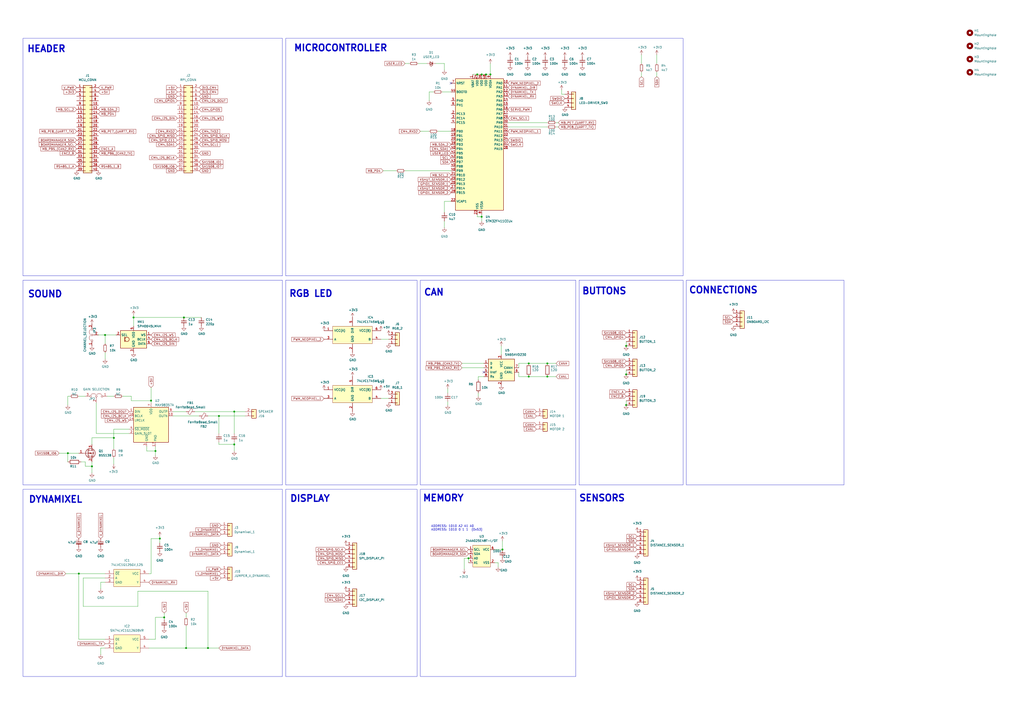
<source format=kicad_sch>
(kicad_sch (version 20231120) (generator "eeschema") (generator_version "8.0")
  (paper "A2")
  (junction (at 66.04 254))
  (junction (at 53.34 270.51))
  (junction (at 135.89 238.76))
  (junction (at 317.5 218.44))
  (junction (at 45.72 332.74))
  (junction (at 271.78 323.85))
  (junction (at 77.47 184.15))
  (junction (at 363.22 234.95))
  (junction (at 276.86 43.18))
  (junction (at 317.5 210.82))
  (junction (at 120.65 375.92))
  (junction (at 60.96 194.31))
  (junction (at 363.22 200.66))
  (junction (at 87.63 232.41))
  (junction (at 279.4 125.73))
  (junction (at 284.48 43.18))
  (junction (at 135.89 257.81))
  (junction (at 127 241.3))
  (junction (at 39.37 262.89))
  (junction (at 306.705 218.44))
  (junction (at 95.25 358.14))
  (junction (at 92.71 312.42))
  (junction (at 306.705 210.82))
  (junction (at 90.17 261.62))
  (junction (at 107.95 375.92))
  (junction (at 106.68 184.15))
  (junction (at 363.22 217.17))
  (junction (at 291.465 318.77))
  (junction (at 281.94 43.18))
  (junction (at 279.4 43.18))
  (no_connect (at 280.67 215.9))
  (no_connect (at 261.62 48.26))
  (wire (pts (xy 90.17 358.14) (xy 95.25 358.14)))
  (wire (pts (xy 127 251.46) (xy 127 241.3)))
  (wire (pts (xy 100.33 238.76) (xy 107.95 238.76)))
  (wire (pts (xy 306.705 218.44) (xy 317.5 218.44)))
  (wire (pts (xy 60.96 204.47) (xy 60.96 208.28)))
  (wire (pts (xy 277.495 220.345) (xy 277.495 218.44)))
  (wire (pts (xy 85.09 261.62) (xy 90.17 261.62)))
  (wire (pts (xy 53.34 257.81) (xy 53.34 254)))
  (wire (pts (xy 290.83 200.66) (xy 290.83 205.74)))
  (wire (pts (xy 254 76.2) (xy 261.62 76.2)))
  (wire (pts (xy 135.89 238.76) (xy 142.24 238.76)))
  (wire (pts (xy 87.63 312.42) (xy 92.71 312.42)))
  (wire (pts (xy 259.715 233.045) (xy 259.715 234.95)))
  (wire (pts (xy 248.92 53.34) (xy 251.46 53.34)))
  (wire (pts (xy 127 241.3) (xy 142.24 241.3)))
  (wire (pts (xy 274.32 43.18) (xy 276.86 43.18)))
  (wire (pts (xy 60.96 335.28) (xy 48.26 335.28)))
  (wire (pts (xy 127 241.3) (xy 120.65 241.3)))
  (wire (pts (xy 86.36 332.74) (xy 87.63 332.74)))
  (wire (pts (xy 271.78 323.85) (xy 271.78 326.39)))
  (wire (pts (xy 34.29 262.89) (xy 39.37 262.89)))
  (wire (pts (xy 60.96 337.82) (xy 58.42 337.82)))
  (wire (pts (xy 322.58 73.66) (xy 323.85 73.66)))
  (wire (pts (xy 363.22 232.41) (xy 363.22 234.95)))
  (wire (pts (xy 381 31.75) (xy 381 36.83)))
  (wire (pts (xy 90.17 370.84) (xy 90.17 358.14)))
  (wire (pts (xy 234.95 36.83) (xy 237.49 36.83)))
  (wire (pts (xy 279.4 124.46) (xy 279.4 125.73)))
  (wire (pts (xy 300.99 210.82) (xy 306.705 210.82)))
  (wire (pts (xy 67.31 194.31) (xy 60.96 194.31)))
  (wire (pts (xy 58.42 379.73) (xy 58.42 375.92)))
  (wire (pts (xy 38.1 332.74) (xy 45.72 332.74)))
  (wire (pts (xy 39.37 234.95) (xy 39.37 229.87)))
  (wire (pts (xy 100.33 241.3) (xy 115.57 241.3)))
  (wire (pts (xy 87.63 232.41) (xy 87.63 233.68)))
  (wire (pts (xy 57.15 194.31) (xy 60.96 194.31)))
  (wire (pts (xy 85.09 259.08) (xy 85.09 261.62)))
  (wire (pts (xy 269.24 323.85) (xy 271.78 323.85)))
  (wire (pts (xy 39.37 229.87) (xy 40.64 229.87)))
  (wire (pts (xy 107.95 363.22) (xy 107.95 375.92)))
  (wire (pts (xy 62.23 229.87) (xy 66.04 229.87)))
  (wire (pts (xy 127 256.54) (xy 127 257.81)))
  (wire (pts (xy 243.84 76.2) (xy 248.92 76.2)))
  (wire (pts (xy 135.89 257.81) (xy 135.89 261.62)))
  (wire (pts (xy 90.17 261.62) (xy 90.17 264.16)))
  (wire (pts (xy 220.98 196.85) (xy 225.425 196.85)))
  (wire (pts (xy 48.26 351.79) (xy 80.01 351.79)))
  (wire (pts (xy 294.64 73.66) (xy 317.5 73.66)))
  (wire (pts (xy 363.22 214.63) (xy 363.22 217.17)))
  (wire (pts (xy 77.47 182.88) (xy 77.47 184.15)))
  (wire (pts (xy 49.53 267.97) (xy 49.53 270.51)))
  (wire (pts (xy 281.94 43.18) (xy 284.48 43.18)))
  (wire (pts (xy 39.37 262.89) (xy 45.72 262.89)))
  (wire (pts (xy 77.47 184.15) (xy 77.47 189.23)))
  (wire (pts (xy 294.64 71.12) (xy 317.5 71.12)))
  (wire (pts (xy 276.86 125.73) (xy 279.4 125.73)))
  (wire (pts (xy 76.2 229.87) (xy 76.2 232.41)))
  (wire (pts (xy 372.11 31.75) (xy 372.11 36.83)))
  (wire (pts (xy 46.99 267.97) (xy 49.53 267.97)))
  (wire (pts (xy 48.26 335.28) (xy 48.26 351.79)))
  (wire (pts (xy 95.25 358.14) (xy 95.25 359.41)))
  (wire (pts (xy 288.925 326.39) (xy 287.02 326.39)))
  (wire (pts (xy 127 257.81) (xy 135.89 257.81)))
  (wire (pts (xy 120.65 342.9) (xy 120.65 375.92)))
  (wire (pts (xy 58.42 337.82) (xy 58.42 341.63)))
  (wire (pts (xy 269.24 330.2) (xy 269.24 323.85)))
  (wire (pts (xy 256.54 53.34) (xy 261.62 53.34)))
  (wire (pts (xy 300.99 215.9) (xy 300.99 218.44)))
  (wire (pts (xy 257.81 40.64) (xy 257.81 36.83)))
  (wire (pts (xy 45.72 229.87) (xy 49.53 229.87)))
  (wire (pts (xy 74.93 248.92) (xy 66.04 248.92)))
  (wire (pts (xy 80.01 351.79) (xy 80.01 342.9)))
  (wire (pts (xy 66.04 254) (xy 66.04 260.35)))
  (wire (pts (xy 107.95 355.6) (xy 107.95 358.14)))
  (wire (pts (xy 322.58 71.12) (xy 323.85 71.12)))
  (wire (pts (xy 276.86 124.46) (xy 276.86 125.73)))
  (wire (pts (xy 87.63 224.79) (xy 87.63 232.41)))
  (wire (pts (xy 80.01 342.9) (xy 120.65 342.9)))
  (wire (pts (xy 306.705 210.82) (xy 317.5 210.82)))
  (wire (pts (xy 53.34 254) (xy 66.04 254)))
  (wire (pts (xy 279.4 125.73) (xy 279.4 128.27)))
  (wire (pts (xy 288.925 328.93) (xy 288.925 326.39)))
  (wire (pts (xy 66.04 265.43) (xy 66.04 269.24)))
  (wire (pts (xy 222.25 99.06) (xy 229.87 99.06)))
  (wire (pts (xy 49.53 270.51) (xy 53.34 270.51)))
  (wire (pts (xy 55.88 233.68) (xy 55.88 251.46)))
  (wire (pts (xy 45.72 332.74) (xy 60.96 332.74)))
  (wire (pts (xy 261.62 116.84) (xy 257.81 116.84)))
  (wire (pts (xy 76.2 232.41) (xy 87.63 232.41)))
  (wire (pts (xy 135.89 256.54) (xy 135.89 257.81)))
  (wire (pts (xy 242.57 36.83) (xy 247.65 36.83)))
  (wire (pts (xy 284.48 36.83) (xy 284.48 43.18)))
  (wire (pts (xy 300.99 218.44) (xy 306.705 218.44)))
  (wire (pts (xy 372.11 41.91) (xy 372.11 44.45)))
  (wire (pts (xy 257.81 36.83) (xy 252.73 36.83)))
  (wire (pts (xy 277.495 229.87) (xy 277.495 227.965)))
  (wire (pts (xy 291.465 313.69) (xy 291.465 318.77)))
  (wire (pts (xy 113.03 238.76) (xy 135.89 238.76)))
  (wire (pts (xy 53.34 270.51) (xy 53.34 267.97)))
  (wire (pts (xy 66.04 248.92) (xy 66.04 254)))
  (wire (pts (xy 248.92 58.42) (xy 248.92 53.34)))
  (wire (pts (xy 363.22 198.12) (xy 363.22 200.66)))
  (wire (pts (xy 60.96 194.31) (xy 60.96 199.39)))
  (wire (pts (xy 92.71 311.15) (xy 92.71 312.42)))
  (wire (pts (xy 257.81 116.84) (xy 257.81 123.19)))
  (wire (pts (xy 317.5 218.44) (xy 322.58 218.44)))
  (wire (pts (xy 86.36 370.84) (xy 90.17 370.84)))
  (wire (pts (xy 92.71 312.42) (xy 92.71 314.96)))
  (wire (pts (xy 120.65 375.92) (xy 127 375.92)))
  (wire (pts (xy 58.42 375.92) (xy 60.96 375.92)))
  (wire (pts (xy 220.98 231.14) (xy 225.425 231.14)))
  (wire (pts (xy 90.17 259.08) (xy 90.17 261.62)))
  (wire (pts (xy 277.495 218.44) (xy 280.67 218.44)))
  (wire (pts (xy 87.63 332.74) (xy 87.63 312.42)))
  (wire (pts (xy 86.36 375.92) (xy 107.95 375.92)))
  (wire (pts (xy 71.12 229.87) (xy 76.2 229.87)))
  (wire (pts (xy 106.68 184.15) (xy 116.84 184.15)))
  (wire (pts (xy 39.37 262.89) (xy 39.37 267.97)))
  (wire (pts (xy 267.97 213.36) (xy 280.67 213.36)))
  (wire (pts (xy 257.81 128.27) (xy 257.81 132.08)))
  (wire (pts (xy 325.755 52.07) (xy 325.755 54.61)))
  (wire (pts (xy 74.93 251.46) (xy 55.88 251.46)))
  (wire (pts (xy 95.25 355.6) (xy 95.25 358.14)))
  (wire (pts (xy 381 41.91) (xy 381 44.45)))
  (wire (pts (xy 276.86 43.18) (xy 279.4 43.18)))
  (wire (pts (xy 291.465 318.77) (xy 287.02 318.77)))
  (wire (pts (xy 300.99 213.36) (xy 300.99 210.82)))
  (wire (pts (xy 259.715 225.425) (xy 259.715 227.965)))
  (wire (pts (xy 267.97 210.82) (xy 280.67 210.82)))
  (wire (pts (xy 45.72 370.84) (xy 45.72 332.74)))
  (wire (pts (xy 317.5 210.82) (xy 322.58 210.82)))
  (wire (pts (xy 60.96 370.84) (xy 45.72 370.84)))
  (wire (pts (xy 135.89 251.46) (xy 135.89 238.76)))
  (wire (pts (xy 53.34 274.32) (xy 53.34 270.51)))
  (wire (pts (xy 325.755 54.61) (xy 327.66 54.61)))
  (wire (pts (xy 77.47 184.15) (xy 106.68 184.15)))
  (wire (pts (xy 279.4 43.18) (xy 281.94 43.18)))
  (wire (pts (xy 107.95 375.92) (xy 120.65 375.92)))
  (wire (pts (xy 234.95 99.06) (xy 261.62 99.06)))
  (rectangle (start 243.84 283.845) (end 334.01 392.43))
  (rectangle (start 165.735 22.225) (end 396.24 160.02))
  (rectangle (start 165.735 283.845) (end 241.935 392.43))
  (rectangle (start 13.335 283.845) (end 163.83 392.43))
  (rectangle (start 13.335 22.225) (end 163.83 160.02))
  (rectangle (start 165.735 162.56) (end 241.935 281.305))
  (rectangle (start 243.84 162.56) (end 334.01 281.305))
  (rectangle (start 335.915 162.56) (end 396.24 281.305))
  (rectangle (start 13.335 162.56) (end 163.83 281.305))
  (rectangle (start 398.145 162.56) (end 489.585 281.305))
  (text "SENSORS" (at 349.25 289.052 0) (effects (font (size 3.81 3.81) (thickness 0.762) (bold yes))))
  (text "SOUND" (at 26.162 170.688 0) (effects (font (size 3.81 3.81) (thickness 0.762) (bold yes))))
  (text "MICROCONTROLLER" (at 197.612 27.94 0) (effects (font (size 3.81 3.81) (thickness 0.762) (bold yes))))
  (text "ADDRESS: 1010 A2 A1 A0\nADDRESS: 1010 0 1 1  (0x53)" (at 250.063 308.102 0) (effects (font (size 1.27 1.27)) (justify left bottom)))
  (text "DISPLAY" (at 179.832 289.306 0) (effects (font (size 3.81 3.81) (thickness 0.762) (bold yes))))
  (text "MEMORY" (at 257.175 289.052 0) (effects (font (size 3.81 3.81) (thickness 0.762) (bold yes))))
  (text "CONNECTIONS" (at 419.608 168.402 0) (effects (font (size 3.81 3.81) (thickness 0.762) (bold yes))))
  (text "HEADER" (at 26.924 28.448 0) (effects (font (size 3.81 3.81) (thickness 0.762) (bold yes))))
  (text "DYNAMIXEL" (at 32.258 289.814 0) (effects (font (size 3.81 3.81) (thickness 0.762) (bold yes))))
  (text "RGB LED" (at 180.34 170.434 0) (effects (font (size 3.81 3.81) (thickness 0.762) (bold yes))))
  (text "BUTTONS" (at 350.52 168.91 0) (effects (font (size 3.81 3.81) (thickness 0.762) (bold yes))))
  (text "CAN" (at 251.714 169.672 0) (effects (font (size 3.81 3.81) (thickness 0.762) (bold yes))))
  (global_label "DYNAMIXEL_RX" (shape input) (at 294.64 55.88 0) (property "Intersheetrefs" "${INTERSHEET_REFS}" (effects (hide yes))))
  (global_label "V_PWR" (shape input) (at 57.15 50.8 0) (property "Intersheetrefs" "${INTERSHEET_REFS}" (effects (hide yes))))
  (global_label "MB_PB6_(CAN2_TX)" (shape input) (at 57.15 88.9 0) (property "Intersheetrefs" "${INTERSHEET_REFS}" (effects (hide yes))))
  (global_label "CM4_SPI0_MOSI" (shape input) (at 115.57 81.28 0) (property "Intersheetrefs" "${INTERSHEET_REFS}" (effects (hide yes))))
  (global_label "SX1508_IO6" (shape input) (at 102.87 96.52 180) (property "Intersheetrefs" "${INTERSHEET_REFS}" (effects (hide yes))))
  (global_label "3V3_CM4" (shape input) (at 115.57 53.34 0) (property "Intersheetrefs" "${INTERSHEET_REFS}" (effects (hide yes))))
  (global_label "CM4_SCL1" (shape input) (at 200.66 345.44 180) (property "Intersheetrefs" "${INTERSHEET_REFS}" (effects (hide yes))))
  (global_label "CM4_I2S_DOUT" (shape input) (at 74.93 238.76 180) (property "Intersheetrefs" "${INTERSHEET_REFS}" (effects (hide yes))))
  (global_label "MB_SCL_2" (shape input) (at 261.62 101.6 180) (property "Intersheetrefs" "${INTERSHEET_REFS}" (effects (hide yes))))
  (global_label "CM4_I2S_DOUT" (shape input) (at 115.57 58.42 0) (property "Intersheetrefs" "${INTERSHEET_REFS}" (effects (hide yes))))
  (global_label "GPIO1_SENSOR_2" (shape input) (at 369.57 346.71 180) (property "Intersheetrefs" "${INTERSHEET_REFS}" (effects (hide yes))))
  (global_label "MB_PE7_(UART7_RX)" (shape input) (at 323.85 71.12 0) (property "Intersheetrefs" "${INTERSHEET_REFS}" (effects (hide yes))))
  (global_label "CM4_I2S_WS" (shape input) (at 87.63 194.31 0) (property "Intersheetrefs" "${INTERSHEET_REFS}" (effects (hide yes))))
  (global_label "SCL" (shape input) (at 372.11 44.45 270) (property "Intersheetrefs" "${INTERSHEET_REFS}" (effects (hide yes))))
  (global_label "RS485_1_B" (shape input) (at 57.15 96.52 0) (property "Intersheetrefs" "${INTERSHEET_REFS}" (effects (hide yes))))
  (global_label "CM4_I2S_WS" (shape input) (at 115.57 68.58 0) (property "Intersheetrefs" "${INTERSHEET_REFS}" (effects (hide yes))))
  (global_label "V_DYNAMIXEL" (shape input) (at 128.27 307.34 180) (property "Intersheetrefs" "${INTERSHEET_REFS}" (effects (hide yes))))
  (global_label "MB_PB6_(CAN2_TX)" (shape input) (at 267.97 210.82 180) (property "Intersheetrefs" "${INTERSHEET_REFS}" (effects (hide yes))))
  (global_label "GND" (shape input) (at 128.27 316.23 180) (property "Intersheetrefs" "${INTERSHEET_REFS}" (effects (hide yes))))
  (global_label "USER_LED" (shape input) (at 234.95 36.83 180) (property "Intersheetrefs" "${INTERSHEET_REFS}" (effects (hide yes))))
  (global_label "ENC1_A" (shape input) (at 57.15 86.36 0) (property "Intersheetrefs" "${INTERSHEET_REFS}" (effects (hide yes))))
  (global_label "GND" (shape input) (at 128.27 304.8 180) (property "Intersheetrefs" "${INTERSHEET_REFS}" (effects (hide yes))))
  (global_label "SCL" (shape input) (at 425.45 184.15 180) (property "Intersheetrefs" "${INTERSHEET_REFS}" (effects (hide yes))))
  (global_label "GND" (shape input) (at 102.87 55.88 180) (property "Intersheetrefs" "${INTERSHEET_REFS}" (effects (hide yes))))
  (global_label "V_PWR" (shape input) (at 128.27 330.2 180) (property "Intersheetrefs" "${INTERSHEET_REFS}" (effects (hide yes))))
  (global_label "XSHUT_SENSOR_1" (shape input) (at 261.62 104.14 180) (property "Intersheetrefs" "${INTERSHEET_REFS}" (effects (hide yes))))
  (global_label "XSHUT_SENSOR_2" (shape input) (at 369.57 344.17 180) (property "Intersheetrefs" "${INTERSHEET_REFS}" (effects (hide yes))))
  (global_label "ENC2_B" (shape input) (at 44.45 88.9 180) (property "Intersheetrefs" "${INTERSHEET_REFS}" (effects (hide yes))))
  (global_label "V_DYNAMIXEL" (shape input) (at 128.27 318.77 180) (property "Intersheetrefs" "${INTERSHEET_REFS}" (effects (hide yes))))
  (global_label "SCL" (shape input) (at 369.57 339.09 180) (property "Intersheetrefs" "${INTERSHEET_REFS}" (effects (hide yes))))
  (global_label "MB_PB5_(CAN2_RX)" (shape input) (at 44.45 86.36 180) (property "Intersheetrefs" "${INTERSHEET_REFS}" (effects (hide yes))))
  (global_label "DYNAMIXEL_DIR" (shape input) (at 38.1 332.74 180) (property "Intersheetrefs" "${INTERSHEET_REFS}" (effects (hide yes))))
  (global_label "CM4_GPIO4" (shape input) (at 102.87 58.42 180) (property "Intersheetrefs" "${INTERSHEET_REFS}" (effects (hide yes))))
  (global_label "+5V" (shape input) (at 95.25 355.6 90) (property "Intersheetrefs" "${INTERSHEET_REFS}" (effects (hide yes))))
  (global_label "V_DYNAMIXEL" (shape input) (at 58.42 312.42 90) (property "Intersheetrefs" "${INTERSHEET_REFS}" (effects (hide yes))))
  (global_label "CANL" (shape input) (at 311.15 241.3 180) (property "Intersheetrefs" "${INTERSHEET_REFS}" (effects (hide yes))))
  (global_label "SWCLK" (shape input) (at 327.66 59.69 180) (property "Intersheetrefs" "${INTERSHEET_REFS}" (effects (hide yes))))
  (global_label "CM4_SPI0_SCLK" (shape input) (at 115.57 78.74 0) (property "Intersheetrefs" "${INTERSHEET_REFS}" (effects (hide yes))))
  (global_label "CM4_SPI0_SCLK" (shape input) (at 200.66 318.77 180) (property "Intersheetrefs" "${INTERSHEET_REFS}" (effects (hide yes))))
  (global_label "DYNAMIXEL_TX" (shape input) (at 294.64 53.34 0) (property "Intersheetrefs" "${INTERSHEET_REFS}" (effects (hide yes))))
  (global_label "SX1508_IO6" (shape input) (at 34.29 262.89 180) (property "Intersheetrefs" "${INTERSHEET_REFS}" (effects (hide yes))))
  (global_label "CM4_I2S_BCLK" (shape input) (at 102.87 91.44 180) (property "Intersheetrefs" "${INTERSHEET_REFS}" (effects (hide yes))))
  (global_label "CANH" (shape input) (at 311.15 246.38 180) (property "Intersheetrefs" "${INTERSHEET_REFS}" (effects (hide yes))))
  (global_label "GND" (shape input) (at 115.57 55.88 0) (property "Intersheetrefs" "${INTERSHEET_REFS}" (effects (hide yes))))
  (global_label "PWM_NEOPIXEL_1" (shape input) (at 187.96 231.14 180) (property "Intersheetrefs" "${INTERSHEET_REFS}" (effects (hide yes))))
  (global_label "CM4_GPIO5" (shape input) (at 115.57 63.5 0) (property "Intersheetrefs" "${INTERSHEET_REFS}" (effects (hide yes))))
  (global_label "XSHUT_SENSOR_2" (shape input) (at 261.62 109.22 180) (property "Intersheetrefs" "${INTERSHEET_REFS}" (effects (hide yes))))
  (global_label "CANL" (shape input) (at 322.58 218.44 0) (property "Intersheetrefs" "${INTERSHEET_REFS}" (effects (hide yes))))
  (global_label "CM4_I2S_DIN" (shape input) (at 102.87 68.58 180) (property "Intersheetrefs" "${INTERSHEET_REFS}" (effects (hide yes))))
  (global_label "CM4_RXD2" (shape input) (at 243.84 76.2 180) (property "Intersheetrefs" "${INTERSHEET_REFS}" (effects (hide yes))))
  (global_label "ENC1_A" (shape input) (at 363.22 227.33 180) (property "Intersheetrefs" "${INTERSHEET_REFS}" (effects (hide yes))))
  (global_label "CM4_SPI0_MOSI" (shape input) (at 200.66 321.31 180) (property "Intersheetrefs" "${INTERSHEET_REFS}" (effects (hide yes))))
  (global_label "+5V" (shape input) (at 107.95 355.6 90) (property "Intersheetrefs" "${INTERSHEET_REFS}" (effects (hide yes))))
  (global_label "MB_PE7_(UART7_RX)" (shape input) (at 57.15 76.2 0) (property "Intersheetrefs" "${INTERSHEET_REFS}" (effects (hide yes))))
  (global_label "GND" (shape input) (at 115.57 99.06 0) (property "Intersheetrefs" "${INTERSHEET_REFS}" (effects (hide yes))))
  (global_label "GPIO1_SENSOR_1" (shape input) (at 369.57 318.77 180) (property "Intersheetrefs" "${INTERSHEET_REFS}" (effects (hide yes))))
  (global_label "XSHUT_SENSOR_1" (shape input) (at 369.57 316.23 180) (property "Intersheetrefs" "${INTERSHEET_REFS}" (effects (hide yes))))
  (global_label "CM4_SCL1" (shape input) (at 115.57 83.82 0) (property "Intersheetrefs" "${INTERSHEET_REFS}" (effects (hide yes))))
  (global_label "DYNAMIXEL_DIR" (shape input) (at 294.64 50.8 0) (property "Intersheetrefs" "${INTERSHEET_REFS}" (effects (hide yes))))
  (global_label "CM4_I2S_DIN" (shape input) (at 87.63 199.39 0) (property "Intersheetrefs" "${INTERSHEET_REFS}" (effects (hide yes))))
  (global_label "+5V" (shape input) (at 128.27 335.28 180) (property "Intersheetrefs" "${INTERSHEET_REFS}" (effects (hide yes))))
  (global_label "GPIO1_SENSOR_2" (shape input) (at 261.62 111.76 180) (property "Intersheetrefs" "${INTERSHEET_REFS}" (effects (hide yes))))
  (global_label "CANH" (shape input) (at 322.58 210.82 0) (property "Intersheetrefs" "${INTERSHEET_REFS}" (effects (hide yes))))
  (global_label "+3V3" (shape input) (at 44.45 53.34 180) (property "Intersheetrefs" "${INTERSHEET_REFS}" (effects (hide yes))))
  (global_label "CM4_SPI0_CE1" (shape input) (at 102.87 81.28 180) (property "Intersheetrefs" "${INTERSHEET_REFS}" (effects (hide yes))))
  (global_label "MB_SDA_2" (shape input) (at 261.62 83.82 180) (property "Intersheetrefs" "${INTERSHEET_REFS}" (effects (hide yes))))
  (global_label "DYNAMIXEL_RX" (shape input) (at 86.36 337.82 0) (property "Intersheetrefs" "${INTERSHEET_REFS}" (effects (hide yes))))
  (global_label "SWDIO" (shape input) (at 294.64 81.28 0) (property "Intersheetrefs" "${INTERSHEET_REFS}" (effects (hide yes))))
  (global_label "CM4_RXD2" (shape input) (at 102.87 76.2 180) (property "Intersheetrefs" "${INTERSHEET_REFS}" (effects (hide yes))))
  (global_label "RS485_1_A" (shape input) (at 44.45 96.52 180) (property "Intersheetrefs" "${INTERSHEET_REFS}" (effects (hide yes))))
  (global_label "CM4_SPI0_MISO" (shape input) (at 200.66 323.85 180) (property "Intersheetrefs" "${INTERSHEET_REFS}" (effects (hide yes))))
  (global_label "GND" (shape input) (at 115.57 88.9 0) (property "Intersheetrefs" "${INTERSHEET_REFS}" (effects (hide yes))))
  (global_label "+5V" (shape input) (at 102.87 50.8 180) (property "Intersheetrefs" "${INTERSHEET_REFS}" (effects (hide yes))))
  (global_label "SX1508_IO7" (shape input) (at 115.57 96.52 0) (property "Intersheetrefs" "${INTERSHEET_REFS}" (effects (hide yes))))
  (global_label "SDA" (shape input) (at 425.45 186.69 180) (property "Intersheetrefs" "${INTERSHEET_REFS}" (effects (hide yes))))
  (global_label "CM4_TXD2" (shape input) (at 115.57 76.2 0) (property "Intersheetrefs" "${INTERSHEET_REFS}" (effects (hide yes))))
  (global_label "SCL" (shape input) (at 261.62 91.44 180) (property "Intersheetrefs" "${INTERSHEET_REFS}" (effects (hide yes))))
  (global_label "+5V" (shape input) (at 102.87 53.34 180) (property "Intersheetrefs" "${INTERSHEET_REFS}" (effects (hide yes))))
  (global_label "MB_PD4" (shape input) (at 57.15 66.04 0) (property "Intersheetrefs" "${INTERSHEET_REFS}" (effects (hide yes))))
  (global_label "SERVO_PWM" (shape input) (at 294.64 63.5 0) (property "Intersheetrefs" "${INTERSHEET_REFS}" (effects (hide yes))))
  (global_label "DYNAMIXEL_TX" (shape input) (at 60.96 373.38 180) (property "Intersheetrefs" "${INTERSHEET_REFS}" (effects (hide yes))))
  (global_label "CM4_SCL1" (shape input) (at 294.64 68.58 0) (property "Intersheetrefs" "${INTERSHEET_REFS}" (effects (hide yes))))
  (global_label "CM4_SDA1" (shape input) (at 102.87 83.82 180) (property "Intersheetrefs" "${INTERSHEET_REFS}" (effects (hide yes))))
  (global_label "SDA" (shape input) (at 381 44.45 270) (property "Intersheetrefs" "${INTERSHEET_REFS}" (effects (hide yes))))
  (global_label "DYNAMIXEL_DATA" (shape input) (at 128.27 321.31 180) (property "Intersheetrefs" "${INTERSHEET_REFS}" (effects (hide yes))))
  (global_label "+5V" (shape input) (at 87.63 224.79 90) (property "Intersheetrefs" "${INTERSHEET_REFS}" (effects (hide yes))))
  (global_label "SX1508_IO1" (shape input) (at 115.57 93.98 0) (property "Intersheetrefs" "${INTERSHEET_REFS}" (effects (hide yes))))
  (global_label "V_DYNAMIXEL" (shape input) (at 45.72 312.42 90) (property "Intersheetrefs" "${INTERSHEET_REFS}" (effects (hide yes))))
  (global_label "CANL" (shape input) (at 311.15 248.92 180) (property "Intersheetrefs" "${INTERSHEET_REFS}" (effects (hide yes))))
  (global_label "MB_PD4" (shape input) (at 222.25 99.06 180) (property "Intersheetrefs" "${INTERSHEET_REFS}" (effects (hide yes))))
  (global_label "3V3_CM4" (shape input) (at 115.57 50.8 0) (property "Intersheetrefs" "${INTERSHEET_REFS}" (effects (hide yes))))
  (global_label "V_PWR" (shape input) (at 44.45 50.8 180) (property "Intersheetrefs" "${INTERSHEET_REFS}" (effects (hide yes))))
  (global_label "GPIO1_SENSOR_1" (shape input) (at 261.62 106.68 180) (property "Intersheetrefs" "${INTERSHEET_REFS}" (effects (hide yes))))
  (global_label "SDA" (shape input) (at 261.62 93.98 180) (property "Intersheetrefs" "${INTERSHEET_REFS}" (effects (hide yes))))
  (global_label "CM4_SDA1" (shape input) (at 200.66 347.98 180) (property "Intersheetrefs" "${INTERSHEET_REFS}" (effects (hide yes))))
  (global_label "MB_PB5_(CAN2_RX)" (shape input) (at 267.97 213.36 180) (property "Intersheetrefs" "${INTERSHEET_REFS}" (effects (hide yes))))
  (global_label "SDA" (shape input) (at 369.57 313.69 180) (property "Intersheetrefs" "${INTERSHEET_REFS}" (effects (hide yes))))
  (global_label "BOARDMANAGER_SCL" (shape input) (at 271.78 318.77 180) (property "Intersheetrefs" "${INTERSHEET_REFS}" (effects (hide yes))))
  (global_label "SX1508_IO1" (shape input) (at 363.22 193.04 180) (property "Intersheetrefs" "${INTERSHEET_REFS}" (effects (hide yes))))
  (global_label "PWM_NEOPIXEL_1" (shape input) (at 294.64 76.2 0) (property "Intersheetrefs" "${INTERSHEET_REFS}" (effects (hide yes))))
  (global_label "CM4_SPI0_MISO" (shape input) (at 102.87 78.74 180) (property "Intersheetrefs" "${INTERSHEET_REFS}" (effects (hide yes))))
  (global_label "CM4_I2S_BCLK" (shape input) (at 74.93 241.3 180) (property "Intersheetrefs" "${INTERSHEET_REFS}" (effects (hide yes))))
  (global_label "BOARDMANAGER_SDA" (shape input) (at 44.45 81.28 180) (property "Intersheetrefs" "${INTERSHEET_REFS}" (effects (hide yes))))
  (global_label "PWM_NEOPIXEL_2" (shape input) (at 187.96 196.85 180) (property "Intersheetrefs" "${INTERSHEET_REFS}" (effects (hide yes))))
  (global_label "CM4_GPIO5" (shape input) (at 363.22 212.09 180) (property "Intersheetrefs" "${INTERSHEET_REFS}" (effects (hide yes))))
  (global_label "CM4_I2S_BCLK" (shape input) (at 87.63 196.85 0) (property "Intersheetrefs" "${INTERSHEET_REFS}" (effects (hide yes))))
  (global_label "GND" (shape input) (at 102.87 99.06 180) (property "Intersheetrefs" "${INTERSHEET_REFS}" (effects (hide yes))))
  (global_label "DYNAMIXEL_DATA" (shape input) (at 128.27 309.88 180) (property "Intersheetrefs" "${INTERSHEET_REFS}" (effects (hide yes))))
  (global_label "SWCLK" (shape input) (at 294.64 83.82 0) (property "Intersheetrefs" "${INTERSHEET_REFS}" (effects (hide yes))))
  (global_label "BOARDMANAGER_SDA" (shape input) (at 271.78 321.31 180) (property "Intersheetrefs" "${INTERSHEET_REFS}" (effects (hide yes))))
  (global_label "CM4_SDA1" (shape input) (at 261.62 86.36 180) (property "Intersheetrefs" "${INTERSHEET_REFS}" (effects (hide yes))))
  (global_label "PWM_NEOPIXEL_2" (shape input) (at 294.64 48.26 0) (property "Intersheetrefs" "${INTERSHEET_REFS}" (effects (hide yes))))
  (global_label "MB_PE8_(UART7_TX)" (shape input) (at 323.85 73.66 0) (property "Intersheetrefs" "${INTERSHEET_REFS}" (effects (hide yes))))
  (global_label "CM4_SPI0_CE1" (shape input) (at 200.66 326.39 180) (property "Intersheetrefs" "${INTERSHEET_REFS}" (effects (hide yes))))
  (global_label "ENC2_B" (shape input) (at 363.22 229.87 180) (property "Intersheetrefs" "${INTERSHEET_REFS}" (effects (hide yes))))
  (global_label "MB_SDA_2" (shape input) (at 57.15 63.5 0) (property "Intersheetrefs" "${INTERSHEET_REFS}" (effects (hide yes))))
  (global_label "CM4_GPIO4" (shape input) (at 363.22 195.58 180) (property "Intersheetrefs" "${INTERSHEET_REFS}" (effects (hide yes))))
  (global_label "+5V" (shape input) (at 57.15 53.34 0) (property "Intersheetrefs" "${INTERSHEET_REFS}" (effects (hide yes))))
  (global_label "SX1508_IO7" (shape input) (at 363.22 209.55 180) (property "Intersheetrefs" "${INTERSHEET_REFS}" (effects (hide yes))))
  (global_label "SCL" (shape input) (at 369.57 311.15 180) (property "Intersheetrefs" "${INTERSHEET_REFS}" (effects (hide yes))))
  (global_label "DYNAMIXEL_DATA" (shape input) (at 127 375.92 0) (property "Intersheetrefs" "${INTERSHEET_REFS}" (effects (hide yes))))
  (global_label "CANH" (shape input) (at 311.15 238.76 180) (property "Intersheetrefs" "${INTERSHEET_REFS}" (effects (hide yes))))
  (global_label "SDA" (shape input) (at 369.57 341.63 180) (property "Intersheetrefs" "${INTERSHEET_REFS}" (effects (hide yes))))
  (global_label "BOARDMANAGER_SCL" (shape input) (at 44.45 83.82 180) (property "Intersheetrefs" "${INTERSHEET_REFS}" (effects (hide yes))))
  (global_label "CM4_I2S_WS" (shape input) (at 74.93 243.84 180) (property "Intersheetrefs" "${INTERSHEET_REFS}" (effects (hide yes))))
  (global_label "SWDIO" (shape input) (at 327.66 57.15 180) (property "Intersheetrefs" "${INTERSHEET_REFS}" (effects (hide yes))))
  (global_label "USER_LED" (shape input) (at 261.62 88.9 180) (property "Intersheetrefs" "${INTERSHEET_REFS}" (effects (hide yes))))
  (global_label "MB_PE8_(UART7_TX)" (shape input) (at 44.45 76.2 180) (property "Intersheetrefs" "${INTERSHEET_REFS}" (effects (hide yes))))
  (global_label "MB_SCL_2" (shape input) (at 44.45 63.5 180) (property "Intersheetrefs" "${INTERSHEET_REFS}" (effects (hide yes))))
  (global_label "V_DYNAMIXEL" (shape input) (at 128.27 332.74 180) (property "Intersheetrefs" "${INTERSHEET_REFS}" (effects (hide yes))))
  (symbol (lib_id "power:GND") (at 363.22 217.17 0) (unit 1)
    (property "Reference" "#PWR052" (effects (hide yes)))
    (property "Value" "GND" (at 363.22 222.25 0))
  )
  (symbol (lib_name "GND_1") (lib_id "power:GND") (at 58.42 317.5 0) (unit 1)
    (property "Reference" "#PWR042" (effects (hide yes)))
    (property "Value" "GND" (at 58.42 322.58 0))
    (property "Description" "Power symbol creates a global label with name \"GND\" , ground" (effects (hide yes)))
  )
  (symbol (lib_id "Device:CP_Small") (at 58.42 314.96 0) (unit 1)
    (property "Reference" "C9" (at 60.96 314.3249 0) (effects (justify left)))
    (property "Value" "47uF" (at 52.07 314.7059 0) (effects (justify left)))
    (property "Footprint" "Capacitor_SMD:CP_Elec_6.3x5.2" (effects (hide yes)))
  )
  (symbol (lib_id "Device:C_Small") (at 337.82 35.56 0) (unit 1)
    (property "Reference" "C7" (at 340.36 34.2962 0) (effects (justify left)))
    (property "Value" "100n" (at 340.36 36.8362 0) (effects (justify left)))
    (property "Footprint" "Capacitor_SMD:C_0603_1608Metric" (effects (hide yes)))
    (property "Description" "Unpolarized capacitor, small symbol" (effects (hide yes)))
  )
  (symbol (lib_id "power:+3V3") (at 200.66 342.9 0) (unit 1)
    (property "Reference" "#PWR063" (effects (hide yes)))
    (property "Value" "+3V3" (at 200.66 337.82 0))
  )
  (symbol (lib_id "power:GND") (at 363.22 234.95 0) (unit 1)
    (property "Reference" "#PWR075" (effects (hide yes)))
    (property "Value" "GND" (at 363.22 240.03 0))
  )
  (symbol (lib_id "power:GND") (at 290.83 223.52 0) (unit 1)
    (property "Reference" "#PWR072" (effects (hide yes)))
    (property "Value" "GND" (at 290.957 227.9142 0))
  )
  (symbol (lib_id "power:+3V3") (at 290.83 200.66 0) (unit 1)
    (property "Reference" "#PWR071" (effects (hide yes)))
    (property "Value" "+3V3" (at 290.8329 196.8106 0))
  )
  (symbol (lib_id "Connector_Generic:Conn_02x20_Odd_Even") (at 107.95 73.66 0) (unit 1)
    (property "Reference" "J2" (at 109.22 43.815 0))
    (property "Value" "RPI_CONN" (at 109.22 46.355 0))
    (property "Footprint" "Connector_PinHeader_2.54mm:PinHeader_2x20_P2.54mm_Vertical" (effects (hide yes)))
  )
  (symbol (lib_id "Device:R_Small") (at 381 39.37 180) (unit 1)
    (property "Reference" "R4" (at 383.54 38.0999 0) (effects (justify right)))
    (property "Value" "4k7" (at 383.54 40.6399 0) (effects (justify right)))
    (property "Footprint" "Resistor_SMD:R_0603_1608Metric" (effects (hide yes)))
    (property "Description" "Resistor, small symbol" (effects (hide yes)))
  )
  (symbol (lib_id "power:+3V3") (at 325.755 52.07 0) (unit 1)
    (property "Reference" "#PWR024" (effects (hide yes)))
    (property "Value" "+3V3" (at 326.1233 47.7456 0))
  )
  (symbol (lib_id "power:+3V3") (at 369.57 308.61 0) (unit 1)
    (property "Reference" "#PWR026" (effects (hide yes)))
    (property "Value" "+3V3" (at 369.57 303.53 0))
  )
  (symbol (lib_id "power:GND") (at 277.495 229.87 0) (unit 1)
    (property "Reference" "#PWR070" (effects (hide yes)))
    (property "Value" "GND" (at 277.622 234.2642 0))
  )
  (symbol (lib_name "GND_1") (lib_id "power:GND") (at 95.25 364.49 0) (unit 1)
    (property "Reference" "#PWR031" (effects (hide yes)))
    (property "Value" "GND" (at 95.25 369.57 0))
    (property "Description" "Power symbol creates a global label with name \"GND\" , ground" (effects (hide yes)))
  )
  (symbol (lib_id "Device:C_Small") (at 127 254 0) (unit 1)
    (property "Reference" "C15" (at 129.54 252.7362 0) (effects (justify left)))
    (property "Value" "1u" (at 129.54 255.2762 0) (effects (justify left)))
    (property "Footprint" "Capacitor_SMD:C_0603_1608Metric" (effects (hide yes)))
    (property "Description" "Unpolarized capacitor, small symbol" (effects (hide yes)))
  )
  (symbol (lib_id "power:GND") (at 53.34 274.32 0) (unit 1)
    (property "Reference" "#PWR067" (effects (hide yes)))
    (property "Value" "GND" (at 53.467 278.7142 0))
  )
  (symbol (lib_id "Connector_Generic:Conn_01x03") (at 230.505 196.85 0) (mirror x) (unit 1)
    (property "Reference" "J6" (at 230.505 187.96 0))
    (property "Value" "RGB_2" (at 230.505 190.5 0))
    (property "Footprint" "Connector_JST:JST_GH_BM03B-GHS-TBT_1x03-1MP_P1.25mm_Vertical" (effects (hide yes)))
  )
  (symbol (lib_id "power:+3V3") (at 337.82 33.02 0) (unit 1)
    (property "Reference" "#PWR039" (effects (hide yes)))
    (property "Value" "+3V3" (at 337.82 27.94 0))
    (property "Description" "Power symbol creates a global label with name \"+3V3\"" (effects (hide yes)))
  )
  (symbol (lib_id "power:+3V3") (at 284.48 36.83 0) (unit 1)
    (property "Reference" "#PWR02" (effects (hide yes)))
    (property "Value" "+3V3" (at 284.48 31.75 0))
    (property "Description" "Power symbol creates a global label with name \"+3V3\"" (effects (hide yes)))
  )
  (symbol (lib_id "Connector_Generic:Conn_01x04") (at 332.74 57.15 0) (unit 1)
    (property "Reference" "J8" (at 335.915 57.1499 0) (effects (justify left)))
    (property "Value" "LED-DRIVER_SWD" (at 335.915 59.6899 0) (effects (justify left)))
    (property "Footprint" "downloaded_parts:JST_SH_SM04B-SRSS-TB_1x04-1MP_P1.00mm_Horizontal" (effects (hide yes)))
  )
  (symbol (lib_id "power:+5V") (at 225.425 228.6 0) (unit 1)
    (property "Reference" "#PWR022" (effects (hide yes)))
    (property "Value" "+5V" (at 224.155 224.155 0))
  )
  (symbol (lib_id "Device:R_Small") (at 320.04 71.12 270) (unit 1)
    (property "Reference" "R13" (at 320.04 67.564 90))
    (property "Value" "100" (at 320.04 69.342 90))
    (property "Footprint" "Resistor_SMD:R_0603_1608Metric" (effects (hide yes)))
    (property "Description" "Resistor, small symbol" (effects (hide yes)))
  )
  (symbol (lib_id "power:GND") (at 288.925 328.93 0) (unit 1)
    (property "Reference" "#PWR077" (effects (hide yes)))
    (property "Value" "GND" (at 292.227 330.7842 0))
  )
  (symbol (lib_id "power:GND") (at 60.96 208.28 0) (unit 1)
    (property "Reference" "#PWR053" (effects (hide yes)))
    (property "Value" "GND" (at 61.087 212.6742 0))
  )
  (symbol (lib_id "Connector_Generic:Conn_01x04") (at 430.53 184.15 0) (unit 1)
    (property "Reference" "J11" (at 433.07 184.1499 0) (effects (justify left)))
    (property "Value" "ONBOARD_I2C" (at 433.07 186.6899 0) (effects (justify left)))
    (property "Footprint" "Connector_JST:JST_GH_BM04B-GHS-TBT_1x04-1MP_P1.25mm_Vertical" (effects (hide yes)))
    (property "Description" "Generic connector, single row, 01x04, script generated (kicad-library-utils/schlib/autogen/connector/)" (effects (hide yes)))
  )
  (symbol (lib_id "power:+3V3") (at 92.71 311.15 0) (unit 1)
    (property "Reference" "#PWR032" (effects (hide yes)))
    (property "Value" "+3V3" (at 92.71 306.07 0))
    (property "Description" "Power symbol creates a global label with name \"+3V3\"" (effects (hide yes)))
  )
  (symbol (lib_id "Device:R") (at 306.705 214.63 0) (unit 1)
    (property "Reference" "R16" (at 308.61 212.725 0) (effects (justify left)))
    (property "Value" "120" (at 308.61 214.63 0) (effects (justify left)))
    (property "Footprint" "Resistor_SMD:R_0603_1608Metric" (effects (hide yes)))
    (property "Datasheet" "https://fscdn.rohm.com/en/products/databook/datasheet/passive/resistor/chip_resistor/mcr-e.pdf" (effects (hide yes)))
    (property "Field4" "Farnell" (effects (hide yes)))
    (property "Field5" "9239278" (effects (hide yes)))
    (property "Field7" "KOA EUROPE GMBH" (effects (hide yes)))
    (property "Field6" "RK73G1ETQTP2201D         " (effects (hide yes)))
    (property "Part Description" "Resistor 2.2K M1005 1% 63mW" (effects (hide yes)))
    (property "Field8" "120889581" (effects (hide yes)))
  )
  (symbol (lib_id "own_symbols:SOT-23-6-EEPROM") (at 274.32 316.23 0) (unit 1)
    (property "Reference" "U3" (at 279.4 311.15 0))
    (property "Value" "24AA025E48T-I/OT" (at 279.4 313.69 0))
    (property "Footprint" "Package_TO_SOT_SMD:SOT-23-6_Handsoldering" (effects (hide yes)))
  )
  (symbol (lib_id "downloaded_parts:74LVC1T45W6-7") (at 200.66 182.88 0) (unit 1)
    (property "Reference" "IC4" (at 214.884 184.15 0))
    (property "Value" "74LVC1T45W6-7" (at 214.884 186.69 0))
    (property "Footprint" "downloaded_parts:SOT95P285X140-6N" (effects (hide yes)))
    (property "Datasheet" "https://www.diodes.com//assets/Datasheets/74LVC1T45.pdf" (effects (hide yes)))
    (property "Description" "Translation - Voltage Levels Logic LVC 1G Translator" (effects (hide yes)))
    (property "Height" "1.4" (effects (hide yes)))
    (property "Mouser Part Number" "621-74LVC1T45W6-7" (effects (hide yes)))
    (property "Mouser Price/Stock" "https://www.mouser.co.uk/ProductDetail/Diodes-Incorporated/74LVC1T45W6-7?qs=Oxncjon6mbp2oDYwZRj9AA%3D%3D" (effects (hide yes)))
    (property "Manufacturer_Name" "Diodes Incorporated" (effects (hide yes)))
    (property "Manufacturer_Part_Number" "74LVC1T45W6-7" (effects (hide yes)))
  )
  (symbol (lib_id "power:+3V3") (at 425.45 181.61 0) (unit 1)
    (property "Reference" "#PWR049" (effects (hide yes)))
    (property "Value" "+3V3" (at 425.45 176.53 0))
  )
  (symbol (lib_id "Connector_Generic:Conn_02x20_Odd_Even") (at 49.53 73.66 0) (unit 1)
    (property "Reference" "J1" (at 50.8 43.815 0))
    (property "Value" "MCU_CONN" (at 50.8 46.355 0))
    (property "Footprint" "Connector_PinHeader_2.54mm:PinHeader_2x20_P2.54mm_Vertical" (effects (hide yes)))
  )
  (symbol (lib_name "GND_1") (lib_id "power:GND") (at 45.72 317.5 0) (unit 1)
    (property "Reference" "#PWR043" (effects (hide yes)))
    (property "Value" "GND" (at 45.72 322.58 0))
    (property "Description" "Power symbol creates a global label with name \"GND\" , ground" (effects (hide yes)))
  )
  (symbol (lib_id "power:+3V3") (at 306.07 33.02 0) (unit 1)
    (property "Reference" "#PWR06" (effects (hide yes)))
    (property "Value" "+3V3" (at 306.07 27.94 0))
    (property "Description" "Power symbol creates a global label with name \"+3V3\"" (effects (hide yes)))
  )
  (symbol (lib_id "Jumper:Jumper_3_Open") (at 55.88 229.87 0) (mirror y) (unit 1)
    (property "Reference" "JP2" (at 53.34 231.394 0))
    (property "Value" "GAIN SELECTION" (at 55.88 225.806 0))
    (property "Footprint" "Jumper:SolderJumper-3_P1.3mm_Open_Pad1.0x1.5mm" (effects (hide yes)))
    (property "Description" "Jumper, 3-pole, both open" (effects (hide yes)))
  )
  (symbol (lib_id "Audio:MAX98357A") (at 87.63 246.38 0) (unit 1)
    (property "Reference" "U2" (at 89.8241 232.41 0) (effects (justify left)))
    (property "Value" "MAX98357A" (at 89.8241 234.95 0) (effects (justify left)))
    (property "Footprint" "Package_DFN_QFN:TQFN-16-1EP_3x3mm_P0.5mm_EP1.23x1.23mm" (effects (hide yes)))
    (property "Datasheet" "https://www.analog.com/media/en/technical-documentation/data-sheets/MAX98357A-MAX98357B.pdf" (effects (hide yes)))
    (property "Description" "Mono DAC with amplifier, I2S, PCM, TDM, 32-bit, 96khz, 3.2W, TQFP-16" (effects (hide yes)))
  )
  (symbol (lib_id "power:+5V") (at 225.425 194.31 0) (unit 1)
    (property "Reference" "#PWR016" (effects (hide yes)))
    (property "Value" "+5V" (at 224.155 189.865 0))
  )
  (symbol (lib_id "Device:R_Small") (at 68.58 229.87 270) (unit 1)
    (property "Reference" "R9" (at 68.58 226.06 90))
    (property "Value" "NC" (at 68.58 228.6 90))
    (property "Footprint" "Resistor_SMD:R_0603_1608Metric" (effects (hide yes)))
    (property "Description" "Resistor, small symbol" (effects (hide yes)))
  )
  (symbol (lib_id "power:+3V3") (at 66.04 269.24 180) (unit 1)
    (property "Reference" "#PWR058" (effects (hide yes)))
    (property "Value" "+3V3" (at 65.6717 273.5644 0))
  )
  (symbol (lib_id "power:+3V3") (at 327.66 33.02 0) (unit 1)
    (property "Reference" "#PWR037" (effects (hide yes)))
    (property "Value" "+3V3" (at 327.66 27.94 0))
    (property "Description" "Power symbol creates a global label with name \"+3V3\"" (effects (hide yes)))
  )
  (symbol (lib_id "power:GND") (at 200.66 328.93 0) (unit 1)
    (property "Reference" "#PWR066" (effects (hide yes)))
    (property "Value" "GND" (at 200.66 334.01 0))
  )
  (symbol (lib_name "GND_1") (lib_id "power:GND") (at 58.42 341.63 0) (unit 1)
    (property "Reference" "#PWR034" (effects (hide yes)))
    (property "Value" "GND" (at 58.42 346.71 0))
    (property "Description" "Power symbol creates a global label with name \"GND\" , ground" (effects (hide yes)))
  )
  (symbol (lib_id "power:+3V3") (at 200.66 316.23 0) (unit 1)
    (property "Reference" "#PWR065" (effects (hide yes)))
    (property "Value" "+3V3" (at 200.66 311.15 0))
  )
  (symbol (lib_id "power:+3V3") (at 369.57 336.55 0) (unit 1)
    (property "Reference" "#PWR028" (effects (hide yes)))
    (property "Value" "+3V3" (at 369.57 331.47 0))
  )
  (symbol (lib_id "Connector_Generic:Conn_01x02") (at 316.23 246.38 0) (unit 1)
    (property "Reference" "J15" (at 318.77 246.3799 0) (effects (justify left)))
    (property "Value" "MOTOR 2" (at 318.77 248.9199 0) (effects (justify left)))
    (property "Footprint" "Connector_JST:JST_GH_BM02B-GHS-TBT_1x02-1MP_P1.25mm_Vertical" (effects (hide yes)))
    (property "Description" "Generic connector, single row, 01x02, script generated (kicad-library-utils/schlib/autogen/connector/)" (effects (hide yes)))
  )
  (symbol (lib_id "power:+3V3") (at 204.47 184.15 0) (unit 1)
    (property "Reference" "#PWR013" (effects (hide yes)))
    (property "Value" "+3V3" (at 204.8383 179.8256 0))
  )
  (symbol (lib_id "power:+3V3") (at 372.11 31.75 0) (unit 1)
    (property "Reference" "#PWR041" (effects (hide yes)))
    (property "Value" "+3V3" (at 372.4783 27.4256 0))
  )
  (symbol (lib_id "power:+3V3") (at 291.465 313.69 0) (unit 1)
    (property "Reference" "#PWR078" (effects (hide yes)))
    (property "Value" "+3V3" (at 291.8333 309.3656 0))
  )
  (symbol (lib_id "Device:R") (at 43.18 267.97 90) (unit 1)
    (property "Reference" "R11" (at 44.45 270.51 90) (effects (justify left)))
    (property "Value" "10k" (at 44.45 265.43 90) (effects (justify left)))
    (property "Footprint" "Resistor_SMD:R_0603_1608Metric" (effects (hide yes)))
    (property "Datasheet" "https://fscdn.rohm.com/en/products/databook/datasheet/passive/resistor/chip_resistor/mcr-e.pdf" (effects (hide yes)))
    (property "Field4" "Farnell" (effects (hide yes)))
    (property "Field5" "9239235" (effects (hide yes)))
    (property "Field7" "KOA EUROPE GMBH" (effects (hide yes)))
    (property "Field6" "RK73H1ETTP1001F" (effects (hide yes)))
    (property "Part Description" "Resistor 1K M1005 1% 63mW" (effects (hide yes)))
    (property "Field8" "125049511" (effects (hide yes)))
  )
  (symbol (lib_id "power:+3V3") (at 259.715 225.425 0) (unit 1)
    (property "Reference" "#PWR068" (effects (hide yes)))
    (property "Value" "+3V3" (at 260.0833 221.1006 0))
  )
  (symbol (lib_name "GND_1") (lib_id "power:GND") (at 327.66 38.1 0) (unit 1)
    (property "Reference" "#PWR038" (effects (hide yes)))
    (property "Value" "GND" (at 327.66 43.18 0))
    (property "Description" "Power symbol creates a global label with name \"GND\" , ground" (effects (hide yes)))
  )
  (symbol (lib_id "power:GND") (at 327.66 62.23 0) (unit 1)
    (property "Reference" "#PWR025" (effects (hide yes)))
    (property "Value" "GND" (at 327.787 66.6242 0))
  )
  (symbol (lib_id "Mechanical:MountingHole") (at 562.61 19.05 0) (unit 1)
    (property "Reference" "H1" (at 565.15 17.7799 0) (effects (justify left)))
    (property "Value" "MountingHole" (at 565.15 20.3199 0) (effects (justify left)))
    (property "Footprint" "MountingHole:MountingHole_2.7mm_M2.5_DIN965" (effects (hide yes)))
    (property "Description" "Mounting Hole without connection" (effects (hide yes)))
  )
  (symbol (lib_id "Device:C_Small") (at 106.68 186.69 0) (unit 1)
    (property "Reference" "C13" (at 109.22 185.4262 0) (effects (justify left)))
    (property "Value" "1u" (at 109.22 187.9662 0) (effects (justify left)))
    (property "Footprint" "Capacitor_SMD:C_0603_1608Metric" (effects (hide yes)))
    (property "Description" "Unpolarized capacitor, small symbol" (effects (hide yes)))
  )
  (symbol (lib_id "power:+3V3") (at 295.91 33.02 0) (unit 1)
    (property "Reference" "#PWR05" (effects (hide yes)))
    (property "Value" "+3V3" (at 295.91 27.94 0))
    (property "Description" "Power symbol creates a global label with name \"+3V3\"" (effects (hide yes)))
  )
  (symbol (lib_id "Device:LED_Small") (at 250.19 36.83 180) (unit 1)
    (property "Reference" "D1" (at 250.1265 30.48 0))
    (property "Value" "USER_LED" (at 250.1265 33.02 0))
    (property "Footprint" "LED_SMD:LED_0603_1608Metric" (effects (hide yes)))
    (property "Description" "Light emitting diode, small symbol" (effects (hide yes)))
  )
  (symbol (lib_name "GND_1") (lib_id "power:GND") (at 306.07 38.1 0) (unit 1)
    (property "Reference" "#PWR09" (effects (hide yes)))
    (property "Value" "GND" (at 306.07 43.18 0))
    (property "Description" "Power symbol creates a global label with name \"GND\" , ground" (effects (hide yes)))
  )
  (symbol (lib_id "Device:C_Small") (at 135.89 254 0) (unit 1)
    (property "Reference" "C16" (at 138.43 252.7362 0) (effects (justify left)))
    (property "Value" "1u" (at 138.43 255.2762 0) (effects (justify left)))
    (property "Footprint" "Capacitor_SMD:C_0603_1608Metric" (effects (hide yes)))
    (property "Description" "Unpolarized capacitor, small symbol" (effects (hide yes)))
  )
  (symbol (lib_id "downloaded_parts:74LVC1T45W6-7") (at 200.66 217.17 0) (unit 1)
    (property "Reference" "IC3" (at 214.884 218.44 0))
    (property "Value" "74LVC1T45W6-7" (at 214.884 220.98 0))
    (property "Footprint" "downloaded_parts:SOT95P285X140-6N" (effects (hide yes)))
    (property "Datasheet" "https://www.diodes.com//assets/Datasheets/74LVC1T45.pdf" (effects (hide yes)))
    (property "Description" "Translation - Voltage Levels Logic LVC 1G Translator" (effects (hide yes)))
    (property "Height" "1.4" (effects (hide yes)))
    (property "Mouser Part Number" "621-74LVC1T45W6-7" (effects (hide yes)))
    (property "Mouser Price/Stock" "https://www.mouser.co.uk/ProductDetail/Diodes-Incorporated/74LVC1T45W6-7?qs=Oxncjon6mbp2oDYwZRj9AA%3D%3D" (effects (hide yes)))
    (property "Manufacturer_Name" "Diodes Incorporated" (effects (hide yes)))
    (property "Manufacturer_Part_Number" "74LVC1T45W6-7" (effects (hide yes)))
  )
  (symbol (lib_id "Device:C_Small") (at 259.715 230.505 0) (unit 1)
    (property "Reference" "C17" (at 261.62 230.505 0) (effects (justify left)))
    (property "Value" "100n" (at 252.095 230.505 0) (effects (justify left)))
    (property "Footprint" "Capacitor_SMD:C_0603_1608Metric" (effects (hide yes)))
  )
  (symbol (lib_id "power:+5V") (at 220.98 191.77 0) (unit 1)
    (property "Reference" "#PWR015" (effects (hide yes)))
    (property "Value" "+5V" (at 220.98 187.325 0))
  )
  (symbol (lib_id "Connector_Generic:Conn_01x02") (at 147.32 241.3 0) (mirror x) (unit 1)
    (property "Reference" "J16" (at 149.86 241.3001 0) (effects (justify left)))
    (property "Value" "SPEAKER" (at 149.86 238.7601 0) (effects (justify left)))
    (property "Footprint" "Connector_JST:JST_PH_B2B-PH-K_1x02_P2.00mm_Vertical" (effects (hide yes)))
    (property "Description" "Generic connector, single row, 01x02, script generated (kicad-library-utils/schlib/autogen/connector/)" (effects (hide yes)))
  )
  (symbol (lib_id "power:GND") (at 106.68 189.23 0) (unit 1)
    (property "Reference" "#PWR057" (effects (hide yes)))
    (property "Value" "GND" (at 106.807 193.6242 0))
  )
  (symbol (lib_id "Device:R") (at 277.495 224.155 0) (unit 1)
    (property "Reference" "R6" (at 271.78 222.885 0) (effects (justify left)))
    (property "Value" "10k" (at 279.4 224.79 0) (effects (justify left)))
    (property "Footprint" "Resistor_SMD:R_0603_1608Metric" (effects (hide yes)))
    (property "Datasheet" "https://fscdn.rohm.com/en/products/databook/datasheet/passive/resistor/chip_resistor/mcr-e.pdf" (effects (hide yes)))
    (property "Field4" "Farnell" (effects (hide yes)))
    (property "Field5" "9239278" (effects (hide yes)))
    (property "Field7" "KOA EUROPE GMBH" (effects (hide yes)))
    (property "Field6" "RK73G1ETQTP2201D         " (effects (hide yes)))
    (property "Part Description" "Resistor 2.2K M1005 1% 63mW" (effects (hide yes)))
    (property "Field8" "120889581" (effects (hide yes)))
  )
  (symbol (lib_name "GND_1") (lib_id "power:GND") (at 257.81 40.64 0) (unit 1)
    (property "Reference" "#PWR035" (effects (hide yes)))
    (property "Value" "GND" (at 257.81 45.72 0))
    (property "Description" "Power symbol creates a global label with name \"GND\" , ground" (effects (hide yes)))
  )
  (symbol (lib_id "Connector_Generic:Conn_01x04") (at 205.74 345.44 0) (unit 1)
    (property "Reference" "J17" (at 208.28 345.4399 0) (effects (justify left)))
    (property "Value" "I2C_DISPLAY_PI" (at 208.28 347.9799 0) (effects (justify left)))
    (property "Footprint" "Connector_JST:JST_GH_BM04B-GHS-TBT_1x04-1MP_P1.25mm_Vertical" (effects (hide yes)))
    (property "Description" "Generic connector, single row, 01x04, script generated (kicad-library-utils/schlib/autogen/connector/)" (effects (hide yes)))
  )
  (symbol (lib_name "GND_1") (lib_id "power:GND") (at 316.23 38.1 0) (unit 1)
    (property "Reference" "#PWR08" (effects (hide yes)))
    (property "Value" "GND" (at 316.23 43.18 0))
    (property "Description" "Power symbol creates a global label with name \"GND\" , ground" (effects (hide yes)))
  )
  (symbol (lib_id "Device:C_Small") (at 295.91 35.56 0) (unit 1)
    (property "Reference" "C1" (at 298.45 34.2962 0) (effects (justify left)))
    (property "Value" "100n" (at 298.45 36.8362 0) (effects (justify left)))
    (property "Footprint" "Capacitor_SMD:C_0603_1608Metric" (effects (hide yes)))
    (property "Description" "Unpolarized capacitor, small symbol" (effects (hide yes)))
  )
  (symbol (lib_id "Device:R_Small") (at 107.95 360.68 180) (unit 1)
    (property "Reference" "R2" (at 110.49 359.4099 0) (effects (justify right)))
    (property "Value" "10k" (at 110.49 361.9499 0) (effects (justify right)))
    (property "Footprint" "Resistor_SMD:R_0603_1608Metric" (effects (hide yes)))
    (property "Description" "Resistor, small symbol" (effects (hide yes)))
  )
  (symbol (lib_id "power:+3V3") (at 316.23 33.02 0) (unit 1)
    (property "Reference" "#PWR07" (effects (hide yes)))
    (property "Value" "+3V3" (at 316.23 27.94 0))
    (property "Description" "Power symbol creates a global label with name \"+3V3\"" (effects (hide yes)))
  )
  (symbol (lib_name "GND_1") (lib_id "power:GND") (at 279.4 128.27 0) (unit 1)
    (property "Reference" "#PWR036" (effects (hide yes)))
    (property "Value" "GND" (at 279.4 133.35 0))
    (property "Description" "Power symbol creates a global label with name \"GND\" , ground" (effects (hide yes)))
  )
  (symbol (lib_id "downloaded_parts:74LVC1G125GV,125") (at 60.96 332.74 0) (unit 1)
    (property "Reference" "IC1" (at 73.66 325.12 0))
    (property "Value" "74LVC1G125GV,125" (at 73.66 327.66 0))
    (property "Footprint" "downloaded_parts:SOT95P275X110-5N" (effects (hide yes)))
    (property "Datasheet" "https://assets.nexperia.com/documents/data-sheet/74LVC1G125.pdf" (effects (hide yes)))
    (property "Description" "74LVC1G125 - Bus buffer/line driver; 3-state@en-us" (effects (hide yes)))
    (property "Height" "1.1" (effects (hide yes)))
    (property "Mouser Part Number" "771-74LVC1G125GV" (effects (hide yes)))
    (property "Mouser Price/Stock" "https://www.mouser.co.uk/ProductDetail/Nexperia/74LVC1G125GV125?qs=me8TqzrmIYVyvYuwfV2sAw%3D%3D" (effects (hide yes)))
    (property "Manufacturer_Name" "Nexperia" (effects (hide yes)))
    (property "Manufacturer_Part_Number" "74LVC1G125GV,125" (effects (hide yes)))
  )
  (symbol (lib_id "power:GND") (at 259.715 234.95 0) (unit 1)
    (property "Reference" "#PWR069" (effects (hide yes)))
    (property "Value" "GND" (at 259.842 239.3442 0))
  )
  (symbol (lib_id "Device:C_Small") (at 291.465 321.31 0) (unit 1)
    (property "Reference" "C12" (at 291.846 322.8339 0) (effects (justify left)))
    (property "Value" "100n" (at 285.877 319.6589 0) (effects (justify left)))
    (property "Footprint" "Capacitor_SMD:C_0603_1608Metric" (effects (hide yes)))
  )
  (symbol (lib_id "Device:R_Small") (at 240.03 36.83 90) (unit 1)
    (property "Reference" "R3" (at 240.03 31.75 90))
    (property "Value" "1k" (at 240.03 34.29 90))
    (property "Footprint" "Resistor_SMD:R_0603_1608Metric" (effects (hide yes)))
    (property "Description" "Resistor, small symbol" (effects (hide yes)))
  )
  (symbol (lib_id "power:+3V3") (at 187.96 191.77 0) (unit 1)
    (property "Reference" "#PWR012" (effects (hide yes)))
    (property "Value" "+3V3" (at 188.3283 187.4456 0))
  )
  (symbol (lib_id "power:GND") (at 204.47 204.47 0) (unit 1)
    (property "Reference" "#PWR014" (effects (hide yes)))
    (property "Value" "GND" (at 204.597 208.8642 0))
  )
  (symbol (lib_id "power:GND") (at 44.45 99.06 0) (unit 1)
    (property "Reference" "#PWR03" (effects (hide yes)))
    (property "Value" "GND" (at 44.577 103.4542 0))
  )
  (symbol (lib_id "power:GND") (at 90.17 264.16 0) (unit 1)
    (property "Reference" "#PWR060" (effects (hide yes)))
    (property "Value" "GND" (at 90.297 268.5542 0))
  )
  (symbol (lib_id "Device:C_Small") (at 257.81 125.73 180) (unit 1)
    (property "Reference" "C10" (at 260.35 124.4535 0) (effects (justify right)))
    (property "Value" "4u7" (at 260.35 126.9935 0) (effects (justify right)))
    (property "Footprint" "Capacitor_SMD:C_0805_2012Metric" (effects (hide yes)))
    (property "Description" "Unpolarized capacitor, small symbol" (effects (hide yes)))
  )
  (symbol (lib_id "Connector_Generic:Conn_01x04") (at 368.3 212.09 0) (unit 1)
    (property "Reference" "J13" (at 370.84 212.0899 0) (effects (justify left)))
    (property "Value" "BUTTON_2" (at 370.84 214.6299 0) (effects (justify left)))
    (property "Footprint" "Connector_JST:JST_GH_BM04B-GHS-TBT_1x04-1MP_P1.25mm_Vertical" (effects (hide yes)))
    (property "Description" "Generic connector, single row, 01x04, script generated (kicad-library-utils/schlib/autogen/connector/)" (effects (hide yes)))
  )
  (symbol (lib_id "Device:C_Small") (at 327.66 35.56 0) (unit 1)
    (property "Reference" "C6" (at 330.2 34.2962 0) (effects (justify left)))
    (property "Value" "100n" (at 330.2 36.8362 0) (effects (justify left)))
    (property "Footprint" "Capacitor_SMD:C_0603_1608Metric" (effects (hide yes)))
    (property "Description" "Unpolarized capacitor, small symbol" (effects (hide yes)))
  )
  (symbol (lib_name "GND_1") (lib_id "power:GND") (at 257.81 132.08 0) (unit 1)
    (property "Reference" "#PWR044" (effects (hide yes)))
    (property "Value" "GND" (at 257.81 137.16 0))
    (property "Description" "Power symbol creates a global label with name \"GND\" , ground" (effects (hide yes)))
  )
  (symbol (lib_id "Device:R_Small") (at 251.46 76.2 270) (unit 1)
    (property "Reference" "R15" (at 251.46 79.756 90))
    (property "Value" "100" (at 251.46 78.232 90))
    (property "Footprint" "Resistor_SMD:R_0603_1608Metric" (effects (hide yes)))
    (property "Description" "Resistor, small symbol" (effects (hide yes)))
  )
  (symbol (lib_id "power:GND") (at 225.425 199.39 0) (unit 1)
    (property "Reference" "#PWR017" (effects (hide yes)))
    (property "Value" "GND" (at 225.552 203.7842 0))
  )
  (symbol (lib_id "Device:R_Small") (at 232.41 99.06 270) (unit 1)
    (property "Reference" "R12" (at 232.41 102.616 90))
    (property "Value" "100" (at 232.41 101.092 90))
    (property "Footprint" "Resistor_SMD:R_0603_1608Metric" (effects (hide yes)))
    (property "Description" "Resistor, small symbol" (effects (hide yes)))
  )
  (symbol (lib_name "GND_1") (lib_id "power:GND") (at 295.91 38.1 0) (unit 1)
    (property "Reference" "#PWR010" (effects (hide yes)))
    (property "Value" "GND" (at 295.91 43.18 0))
    (property "Description" "Power symbol creates a global label with name \"GND\" , ground" (effects (hide yes)))
  )
  (symbol (lib_id "Connector_Generic:Conn_01x03") (at 133.35 307.34 0) (unit 1)
    (property "Reference" "J3" (at 135.89 306.0699 0) (effects (justify left)))
    (property "Value" "Dynamixel_1" (at 135.89 308.6099 0) (effects (justify left)))
    (property "Footprint" "Connector_JST:JST_XH_B3B-XH-A_1x03_P2.50mm_Vertical" (effects (hide yes)))
    (property "Description" "Generic connector, single row, 01x03, script generated (kicad-library-utils/schlib/autogen/connector/)" (effects (hide yes)))
  )
  (symbol (lib_id "MCU_ST_STM32F4:STM32F411CEUx") (at 276.86 83.82 0) (unit 1)
    (property "Reference" "U4" (at 281.5941 125.73 0) (effects (justify left)))
    (property "Value" "STM32F411CEUx" (at 281.5941 128.27 0) (effects (justify left)))
    (property "Footprint" "Package_DFN_QFN:QFN-48-1EP_7x7mm_P0.5mm_EP5.6x5.6mm" (effects (hide yes)))
    (property "Datasheet" "https://www.st.com/resource/en/datasheet/stm32f411ce.pdf" (effects (hide yes)))
    (property "Description" "STMicroelectronics Arm Cortex-M4 MCU, 512KB flash, 128KB RAM, 100 MHz, 1.7-3.6V, 36 GPIO, UFQFPN48" (effects (hide yes)))
  )
  (symbol (lib_id "power:GND") (at 291.465 323.85 0) (unit 1)
    (property "Reference" "#PWR079" (effects (hide yes)))
    (property "Value" "GND" (at 294.767 325.7042 0))
  )
  (symbol (lib_id "Device:C_Small") (at 306.07 35.56 0) (unit 1)
    (property "Reference" "C2" (at 308.61 34.2962 0) (effects (justify left)))
    (property "Value" "100n" (at 308.61 36.8362 0) (effects (justify left)))
    (property "Footprint" "Capacitor_SMD:C_0603_1608Metric" (effects (hide yes)))
    (property "Description" "Unpolarized capacitor, small symbol" (effects (hide yes)))
  )
  (symbol (lib_id "power:GND") (at 425.45 189.23 0) (unit 1)
    (property "Reference" "#PWR050" (effects (hide yes)))
    (property "Value" "GND" (at 425.45 194.31 0))
  )
  (symbol (lib_id "power:GND") (at 53.34 200.66 0) (unit 1)
    (property "Reference" "#PWR073" (effects (hide yes)))
    (property "Value" "GND" (at 53.467 205.0542 0))
  )
  (symbol (lib_id "downloaded_parts:SN74LVC1G126DBVR") (at 60.96 370.84 0) (unit 1)
    (property "Reference" "IC2" (at 73.66 363.22 0))
    (property "Value" "SN74LVC1G126DBVR" (at 73.66 365.76 0))
    (property "Footprint" "downloaded_parts:SOT95P280X145-5N" (effects (hide yes)))
    (property "Datasheet" "http://www.ti.com/lit/ds/symlink/sn74lvc1g126.pdf" (effects (hide yes)))
    (property "Description" "Texas Instruments SN74LVC1G126DBVR, Buffer 3-State, Non-Inverting, 1.65  5.5 V, 5-Pin SOT-23" (effects (hide yes)))
    (property "Height" "1.45" (effects (hide yes)))
    (property "Mouser Part Number" "595-SN74LVC1G126DBVR" (effects (hide yes)))
    (property "Mouser Price/Stock" "https://www.mouser.co.uk/ProductDetail/Texas-Instruments/SN74LVC1G126DBVR?qs=pajgIaoyDUi3T2WgNNfd3w%3D%3D" (effects (hide yes)))
    (property "Manufacturer_Name" "Texas Instruments" (effects (hide yes)))
    (property "Manufacturer_Part_Number" "SN74LVC1G126DBVR" (effects (hide yes)))
  )
  (symbol (lib_id "Device:R_Small") (at 254 53.34 90) (unit 1)
    (property "Reference" "R1" (at 254 48.26 90))
    (property "Value" "10k" (at 254 50.8 90))
    (property "Footprint" "Resistor_SMD:R_0603_1608Metric" (effects (hide yes)))
    (property "Description" "Resistor, small symbol" (effects (hide yes)))
  )
  (symbol (lib_id "power:+3V3") (at 269.24 330.2 180) (unit 1)
    (property "Reference" "#PWR045" (effects (hide yes)))
    (property "Value" "+3V3" (at 268.8717 334.5244 0))
  )
  (symbol (lib_id "Mechanical:MountingHole") (at 562.61 41.91 0) (unit 1)
    (property "Reference" "H4" (at 565.15 40.6399 0) (effects (justify left)))
    (property "Value" "MountingHole" (at 565.15 43.1799 0) (effects (justify left)))
    (property "Footprint" "MountingHole:MountingHole_2.7mm_M2.5_DIN965" (effects (hide yes)))
    (property "Description" "Mounting Hole without connection" (effects (hide yes)))
  )
  (symbol (lib_id "Transistor_FET:BSS138") (at 50.8 262.89 0) (unit 1)
    (property "Reference" "Q1" (at 57.15 261.6199 0) (effects (justify left)))
    (property "Value" "BSS138" (at 57.15 264.1599 0) (effects (justify left)))
    (property "Footprint" "Package_TO_SOT_SMD:SOT-23" (effects (hide yes)))
    (property "Datasheet" "https://www.onsemi.com/pub/Collateral/BSS138-D.PDF" (effects (hide yes)))
    (property "Description" "50V Vds, 0.22A Id, N-Channel MOSFET, SOT-23" (effects (hide yes)))
  )
  (symbol (lib_id "Device:C_Small") (at 95.25 361.95 0) (unit 1)
    (property "Reference" "C4" (at 97.79 360.6862 0) (effects (justify left)))
    (property "Value" "100n" (at 97.79 363.2262 0) (effects (justify left)))
    (property "Footprint" "Capacitor_SMD:C_0603_1608Metric" (effects (hide yes)))
    (property "Description" "Unpolarized capacitor, small symbol" (effects (hide yes)))
  )
  (symbol (lib_id "Mechanical:MountingHole") (at 562.61 34.29 0) (unit 1)
    (property "Reference" "H3" (at 565.15 33.0199 0) (effects (justify left)))
    (property "Value" "MountingHole" (at 565.15 35.5599 0) (effects (justify left)))
    (property "Footprint" "MountingHole:MountingHole_2.7mm_M2.5_DIN965" (effects (hide yes)))
    (property "Description" "Mounting Hole without connection" (effects (hide yes)))
  )
  (symbol (lib_id "power:GND") (at 77.47 204.47 0) (unit 1)
    (property "Reference" "#PWR054" (effects (hide yes)))
    (property "Value" "GND" (at 77.597 208.8642 0))
  )
  (symbol (lib_id "power:+3V3") (at 53.34 187.96 0) (unit 1)
    (property "Reference" "#PWR074" (effects (hide yes)))
    (property "Value" "+3V3" (at 53.7083 183.6356 0))
  )
  (symbol (lib_id "Device:R_Small") (at 66.04 262.89 180) (unit 1)
    (property "Reference" "R8" (at 68.58 261.6199 0) (effects (justify right)))
    (property "Value" "1M" (at 68.58 264.1599 0) (effects (justify right)))
    (property "Footprint" "Resistor_SMD:R_0603_1608Metric" (effects (hide yes)))
    (property "Description" "Resistor, small symbol" (effects (hide yes)))
  )
  (symbol (lib_id "Connector_Generic:Conn_01x03") (at 230.505 231.14 0) (mirror x) (unit 1)
    (property "Reference" "J7" (at 230.505 222.25 0))
    (property "Value" "RGB_1" (at 230.505 224.79 0))
    (property "Footprint" "Connector_JST:JST_GH_BM03B-GHS-TBT_1x03-1MP_P1.25mm_Vertical" (effects (hide yes)))
  )
  (symbol (lib_id "power:GND") (at 57.15 99.06 0) (unit 1)
    (property "Reference" "#PWR04" (effects (hide yes)))
    (property "Value" "GND" (at 57.277 103.4542 0))
  )
  (symbol (lib_id "Device:R_Small") (at 60.96 201.93 180) (unit 1)
    (property "Reference" "R7" (at 63.5 200.6599 0) (effects (justify right)))
    (property "Value" "10k" (at 63.5 203.1999 0) (effects (justify right)))
    (property "Footprint" "Resistor_SMD:R_0603_1608Metric" (effects (hide yes)))
    (property "Description" "Resistor, small symbol" (effects (hide yes)))
  )
  (symbol (lib_name "GND_1") (lib_id "power:GND") (at 337.82 38.1 0) (unit 1)
    (property "Reference" "#PWR040" (effects (hide yes)))
    (property "Value" "GND" (at 337.82 43.18 0))
    (property "Description" "Power symbol creates a global label with name \"GND\" , ground" (effects (hide yes)))
  )
  (symbol (lib_id "Device:C_Small") (at 116.84 186.69 0) (unit 1)
    (property "Reference" "C14" (at 119.38 185.4262 0) (effects (justify left)))
    (property "Value" "220p" (at 119.38 187.9662 0) (effects (justify left)))
    (property "Footprint" "Capacitor_SMD:C_0603_1608Metric" (effects (hide yes)))
    (property "Description" "Unpolarized capacitor, small symbol" (effects (hide yes)))
  )
  (symbol (lib_id "Device:R_Small") (at 43.18 229.87 270) (unit 1)
    (property "Reference" "R10" (at 43.18 226.06 90))
    (property "Value" "NC" (at 43.18 228.6 90))
    (property "Footprint" "Resistor_SMD:R_0603_1608Metric" (effects (hide yes)))
    (property "Description" "Resistor, small symbol" (effects (hide yes)))
  )
  (symbol (lib_id "Connector_Generic:Conn_01x04") (at 368.3 195.58 0) (unit 1)
    (property "Reference" "J12" (at 370.84 195.5799 0) (effects (justify left)))
    (property "Value" "BUTTON_1" (at 370.84 198.1199 0) (effects (justify left)))
    (property "Footprint" "Connector_JST:JST_GH_BM04B-GHS-TBT_1x04-1MP_P1.25mm_Vertical" (effects (hide yes)))
    (property "Description" "Generic connector, single row, 01x04, script generated (kicad-library-utils/schlib/autogen/connector/)" (effects (hide yes)))
  )
  (symbol (lib_id "Device:R") (at 317.5 214.63 0) (unit 1)
    (property "Reference" "R17" (at 319.405 212.725 0) (effects (justify left)))
    (property "Value" "120" (at 319.405 214.63 0) (effects (justify left)))
    (property "Footprint" "Resistor_SMD:R_0603_1608Metric" (effects (hide yes)))
    (property "Datasheet" "https://fscdn.rohm.com/en/products/databook/datasheet/passive/resistor/chip_resistor/mcr-e.pdf" (effects (hide yes)))
    (property "Field4" "Farnell" (effects (hide yes)))
    (property "Field5" "9239278" (effects (hide yes)))
    (property "Field7" "KOA EUROPE GMBH" (effects (hide yes)))
    (property "Field6" "RK73G1ETQTP2201D         " (effects (hide yes)))
    (property "Part Description" "Resistor 2.2K M1005 1% 63mW" (effects (hide yes)))
    (property "Field8" "120889581" (effects (hide yes)))
  )
  (symbol (lib_id "Device:C_Small") (at 316.23 35.56 0) (unit 1)
    (property "Reference" "C3" (at 318.77 34.2962 0) (effects (justify left)))
    (property "Value" "100n" (at 318.77 36.8362 0) (effects (justify left)))
    (property "Footprint" "Capacitor_SMD:C_0603_1608Metric" (effects (hide yes)))
    (property "Description" "Unpolarized capacitor, small symbol" (effects (hide yes)))
  )
  (symbol (lib_id "power:+5V") (at 220.98 226.06 0) (unit 1)
    (property "Reference" "#PWR021" (effects (hide yes)))
    (property "Value" "+5V" (at 220.98 221.615 0))
  )
  (symbol (lib_id "Connector_Generic:Conn_01x06") (at 374.65 341.63 0) (unit 1)
    (property "Reference" "J5" (at 377.19 341.6299 0) (effects (justify left)))
    (property "Value" "DISTANCE_SENSOR_2" (at 377.19 344.1699 0) (effects (justify left)))
    (property "Footprint" "Connector_JST:JST_GH_BM06B-GHS-TBT_1x06-1MP_P1.25mm_Vertical" (effects (hide yes)))
    (property "Description" "Generic connector, single row, 01x06, script generated (kicad-library-utils/schlib/autogen/connector/)" (effects (hide yes)))
  )
  (symbol (lib_id "Connector_Generic:Conn_01x06") (at 374.65 313.69 0) (unit 1)
    (property "Reference" "J4" (at 377.19 313.6899 0) (effects (justify left)))
    (property "Value" "DISTANCE_SENSOR_1" (at 377.19 316.2299 0) (effects (justify left)))
    (property "Footprint" "Connector_JST:JST_GH_BM06B-GHS-TBT_1x06-1MP_P1.25mm_Vertical" (effects (hide yes)))
    (property "Description" "Generic connector, single row, 01x06, script generated (kicad-library-utils/schlib/autogen/connector/)" (effects (hide yes)))
  )
  (symbol (lib_id "Device:R_Small") (at 372.11 39.37 180) (unit 1)
    (property "Reference" "R5" (at 374.65 38.0999 0) (effects (justify right)))
    (property "Value" "4k7" (at 374.65 40.6399 0) (effects (justify right)))
    (property "Footprint" "Resistor_SMD:R_0603_1608Metric" (effects (hide yes)))
    (property "Description" "Resistor, small symbol" (effects (hide yes)))
  )
  (symbol (lib_id "power:GND") (at 200.66 350.52 0) (unit 1)
    (property "Reference" "#PWR064" (effects (hide yes)))
    (property "Value" "GND" (at 200.66 355.6 0))
  )
  (symbol (lib_name "GND_1") (lib_id "power:GND") (at 92.71 320.04 0) (unit 1)
    (property "Reference" "#PWR033" (effects (hide yes)))
    (property "Value" "GND" (at 92.71 325.12 0))
    (property "Description" "Power symbol creates a global label with name \"GND\" , ground" (effects (hide yes)))
  )
  (symbol (lib_id "Connector_Generic:Conn_01x03") (at 133.35 318.77 0) (unit 1)
    (property "Reference" "J9" (at 135.89 317.4999 0) (effects (justify left)))
    (property "Value" "Dynamixel_1" (at 135.89 320.0399 0) (effects (justify left)))
    (property "Footprint" "Connector_JST:JST_XH_B3B-XH-A_1x03_P2.50mm_Vertical" (effects (hide yes)))
    (property "Description" "Generic connector, single row, 01x03, script generated (kicad-library-utils/schlib/autogen/connector/)" (effects (hide yes)))
  )
  (symbol (lib_id "Device:FerriteBead_Small") (at 110.49 238.76 90) (unit 1)
    (property "Reference" "FB1" (at 110.4519 233.68 90))
    (property "Value" "FerriteBead_Small" (at 110.4519 236.22 90))
    (property "Footprint" "Capacitor_SMD:C_0805_2012Metric" (effects (hide yes)))
    (property "Description" "Ferrite bead, small symbol" (effects (hide yes)))
  )
  (symbol (lib_id "Device:FerriteBead_Small") (at 118.11 241.3 90) (unit 1)
    (property "Reference" "FB2" (at 118.11 247.396 90))
    (property "Value" "FerriteBead_Small" (at 117.602 244.856 90))
    (property "Footprint" "Capacitor_SMD:C_0805_2012Metric" (effects (hide yes)))
    (property "Description" "Ferrite bead, small symbol" (effects (hide yes)))
  )
  (symbol (lib_name "GND_1") (lib_id "power:GND") (at 58.42 379.73 0) (unit 1)
    (property "Reference" "#PWR030" (effects (hide yes)))
    (property "Value" "GND" (at 58.42 384.81 0))
    (property "Description" "Power symbol creates a global label with name \"GND\" , ground" (effects (hide yes)))
  )
  (symbol (lib_id "Connector_Generic:Conn_01x06") (at 205.74 321.31 0) (unit 1)
    (property "Reference" "J18" (at 208.28 321.3099 0) (effects (justify left)))
    (property "Value" "SPI_DISPLAY_PI" (at 208.28 323.8499 0) (effects (justify left)))
    (property "Footprint" "Connector_JST:JST_GH_BM06B-GHS-TBT_1x06-1MP_P1.25mm_Vertical" (effects (hide yes)))
    (property "Description" "Generic connector, single row, 01x06, script generated (kicad-library-utils/schlib/autogen/connector/)" (effects (hide yes)))
  )
  (symbol (lib_id "Jumper:Jumper_3_Open") (at 53.34 194.31 90) (unit 1)
    (property "Reference" "JP3" (at 54.864 191.77 0))
    (property "Value" "CHANNEL_SELECTION" (at 49.276 194.31 0))
    (property "Footprint" "Jumper:SolderJumper-3_P1.3mm_Open_Pad1.0x1.5mm" (effects (hide yes)))
    (property "Description" "Jumper, 3-pole, both open" (effects (hide yes)))
  )
  (symbol (lib_id "Connector_Generic:Conn_01x02") (at 316.23 238.76 0) (unit 1)
    (property "Reference" "J14" (at 318.77 238.7599 0) (effects (justify left)))
    (property "Value" "MOTOR 1" (at 318.77 241.2999 0) (effects (justify left)))
    (property "Footprint" "Connector_JST:JST_GH_BM02B-GHS-TBT_1x02-1MP_P1.25mm_Vertical" (effects (hide yes)))
    (property "Description" "Generic connector, single row, 01x02, script generated (kicad-library-utils/schlib/autogen/connector/)" (effects (hide yes)))
  )
  (symbol (lib_id "Device:C_Small") (at 92.71 317.5 0) (unit 1)
    (property "Reference" "C5" (at 95.25 316.2362 0) (effects (justify left)))
    (property "Value" "100n" (at 95.25 318.7762 0) (effects (justify left)))
    (property "Footprint" "Capacitor_SMD:C_0603_1608Metric" (effects (hide yes)))
    (property "Description" "Unpolarized capacitor, small symbol" (effects (hide yes)))
  )
  (symbol (lib_id "power:GND") (at 225.425 233.68 0) (unit 1)
    (property "Reference" "#PWR023" (effects (hide yes)))
    (property "Value" "GND" (at 225.552 238.0742 0))
  )
  (symbol (lib_id "power:+3V3") (at 187.96 226.06 0) (unit 1)
    (property "Reference" "#PWR018" (effects (hide yes)))
    (property "Value" "+3V3" (at 188.3283 221.7356 0))
  )
  (symbol (lib_id "Sensor_Audio:SPH0645LM4H") (at 77.47 196.85 0) (unit 1)
    (property "Reference" "MK1" (at 79.6641 186.69 0) (effects (justify left)))
    (property "Value" "SPH0645LM4H" (at 79.6641 189.23 0) (effects (justify left)))
    (property "Footprint" "Sensor_Audio:Knowles_SPH0645LM4H-6_3.5x2.65mm" (effects (hide yes)))
    (property "Datasheet" "https://www.knowles.com/docs/default-source/default-document-library/sph0645lm4h-1-datasheet.pdf" (effects (hide yes)))
    (property "Description" "Knowles MEMS Microphone, 24-bit I2S, 65 dBA SNR, LGA-6" (effects (hide yes)))
  )
  (symbol (lib_id "power:GND") (at 135.89 261.62 0) (unit 1)
    (property "Reference" "#PWR062" (effects (hide yes)))
    (property "Value" "GND" (at 136.017 266.0142 0))
  )
  (symbol (lib_id "power:GND") (at 204.47 238.76 0) (unit 1)
    (property "Reference" "#PWR020" (effects (hide yes)))
    (property "Value" "GND" (at 204.597 243.1542 0))
  )
  (symbol (lib_id "power:+3V3") (at 381 31.75 0) (unit 1)
    (property "Reference" "#PWR01" (effects (hide yes)))
    (property "Value" "+3V3" (at 381.3683 27.4256 0))
  )
  (symbol (lib_id "Mechanical:MountingHole") (at 562.61 26.67 0) (unit 1)
    (property "Reference" "H2" (at 565.15 25.3999 0) (effects (justify left)))
    (property "Value" "MountingHole" (at 565.15 27.9399 0) (effects (justify left)))
    (property "Footprint" "MountingHole:MountingHole_2.7mm_M2.5_DIN965" (effects (hide yes)))
    (property "Description" "Mounting Hole without connection" (effects (hide yes)))
  )
  (symbol (lib_id "Device:CP_Small") (at 45.72 314.96 0) (unit 1)
    (property "Reference" "C8" (at 48.26 314.3249 0) (effects (justify left)))
    (property "Value" "47uF" (at 39.37 314.7059 0) (effects (justify left)))
    (property "Footprint" "Capacitor_SMD:CP_Elec_6.3x5.2" (effects (hide yes)))
  )
  (symbol (lib_id "Interface_CAN_LIN:SN65HVD230") (at 290.83 213.36 0) (unit 1)
    (property "Reference" "U5" (at 292.8494 203.2 0) (effects (justify left)))
    (property "Value" "SN65HVD230" (at 292.8494 205.74 0) (effects (justify left)))
    (property "Footprint" "downloaded_parts:SOIC127P600X175-8N" (effects (hide yes)))
    (property "Datasheet" "http://www.ti.com/lit/ds/symlink/sn65hvd230.pdf" (effects (hide yes)))
  )
  (symbol (lib_id "Connector_Generic:Conn_01x03") (at 133.35 332.74 0) (unit 1)
    (property "Reference" "J10" (at 135.89 331.4699 0) (effects (justify left)))
    (property "Value" "JUMPER_V_DYNAMIXEL" (at 135.89 334.0099 0) (effects (justify left)))
    (property "Footprint" "Connector_PinHeader_2.54mm:PinHeader_1x03_P2.54mm_Vertical" (effects (hide yes)))
    (property "Description" "Generic connector, single row, 01x03, script generated (kicad-library-utils/schlib/autogen/connector/)" (effects (hide yes)))
  )
  (symbol (lib_id "Device:R_Small") (at 320.04 73.66 270) (unit 1)
    (property "Reference" "R14" (at 320.04 77.47 90))
    (property "Value" "100" (at 320.04 75.692 90))
    (property "Footprint" "Resistor_SMD:R_0603_1608Metric" (effects (hide yes)))
    (property "Description" "Resistor, small symbol" (effects (hide yes)))
  )
  (symbol (lib_id "power:GND") (at 369.57 349.25 0) (unit 1)
    (property "Reference" "#PWR029" (effects (hide yes)))
    (property "Value" "GND" (at 369.57 354.33 0))
  )
  (symbol (lib_id "power:GND") (at 369.57 321.31 0) (unit 1)
    (property "Reference" "#PWR027" (effects (hide yes)))
    (property "Value" "GND" (at 369.57 326.39 0))
  )
  (symbol (lib_id "power:GND") (at 39.37 234.95 0) (unit 1)
    (property "Reference" "#PWR061" (effects (hide yes)))
    (property "Value" "GND" (at 39.497 239.3442 0))
  )
  (symbol (lib_id "power:+3V3") (at 204.47 218.44 0) (unit 1)
    (property "Reference" "#PWR019" (effects (hide yes)))
    (property "Value" "+3V3" (at 204.8383 214.1156 0))
  )
  (symbol (lib_id "power:GND") (at 116.84 189.23 0) (unit 1)
    (property "Reference" "#PWR056" (effects (hide yes)))
    (property "Value" "GND" (at 116.967 193.6242 0))
  )
  (symbol (lib_id "power:GND") (at 363.22 200.66 0) (unit 1)
    (property "Reference" "#PWR051" (effects (hide yes)))
    (property "Value" "GND" (at 363.22 205.74 0))
  )
  (symbol (lib_id "power:+3V3") (at 77.47 182.88 0) (unit 1)
    (property "Reference" "#PWR055" (effects (hide yes)))
    (property "Value" "+3V3" (at 77.8383 178.5556 0))
  )
  (symbol (lib_id "Connector_Generic:Conn_01x04") (at 368.3 229.87 0) (unit 1)
    (property "Reference" "J19" (at 370.84 229.8699 0) (effects (justify left)))
    (property "Value" "BUTTON_3" (at 370.84 232.4099 0) (effects (justify left)))
    (property "Footprint" "Connector_JST:JST_GH_BM04B-GHS-TBT_1x04-1MP_P1.25mm_Vertical" (effects (hide yes)))
    (property "Description" "Generic connector, single row, 01x04, script generated (kicad-library-utils/schlib/autogen/connector/)" (effects (hide yes)))
  )
  (symbol (lib_name "GND_1") (lib_id "power:GND") (at 248.92 58.42 0) (unit 1)
    (property "Reference" "#PWR011" (effects (hide yes)))
    (property "Value" "GND" (at 248.92 63.5 0))
    (property "Description" "Power symbol creates a global label with name \"GND\" , ground" (effects (hide yes)))
  )
)
</source>
